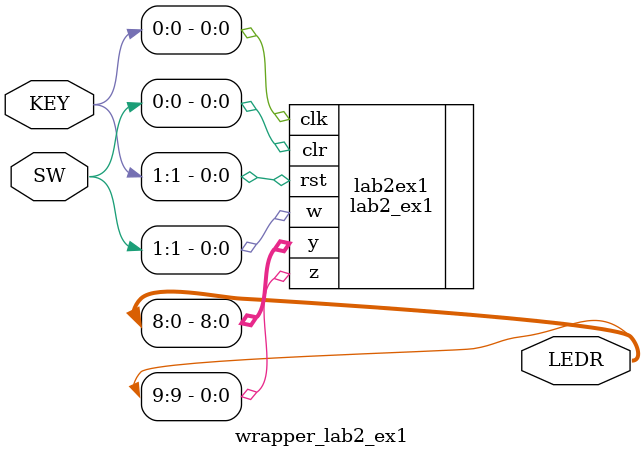
<source format=sv>
module wrapper_lab2_ex1 (
	input logic [9:0] SW, KEY,
	output logic [9:0] LEDR
);

lab2_ex1 lab2ex1 ( .clk(KEY[0]), .clr(SW[0]), .w(SW[1]), .rst(KEY[1]), .z(LEDR[9]), .y(LEDR[8:0]));

endmodule
</source>
